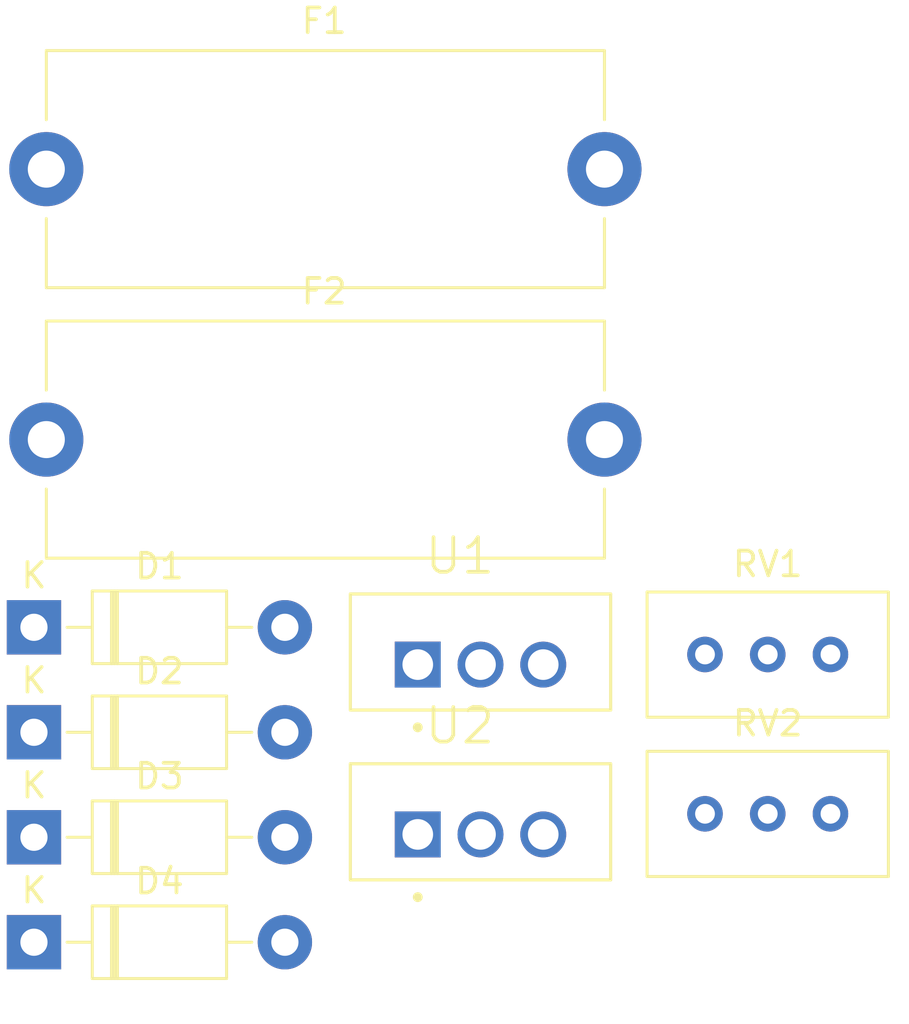
<source format=kicad_pcb>
(kicad_pcb (version 20240108) (generator "pcbnew") (generator_version "8.0")
  (layers (0 "F.Cu" signal) (31 "B.Cu" signal) (34 "B.Paste" user) (35 "F.Paste" user) (36 "B.SilkS" user "B.Silkscreen") (37 "F.SilkS" user "F.Silkscreen") (38 "B.Mask" user) (39 "F.Mask" user) (44 "Edge.Cuts" user))
  (net 0 "")
  (net 10 "Net-(U1-VIN)")
  (net 11 "Net-(U2-VIN)")
  (net 13 "GND")
  (net 14 "Net-(U1-ADJ)")
  (net 15 "Net-(U1-VOUT)")
  (net 16 "Net-(U2-VOUT)")
  (net 17 "Net-(U2-ADJ)")
  (footprint "Diode_THT:D_DO-41_SOD81_P10.16mm_Horizontal" (layer "F.Cu") (at 43.95 48.38)
    (property "Reference" "D4" (at 5.08 -2.47 0) (layer "F.SilkS"))
    (property "Value" "1N4007")
    (fp_line (start 1.34 0) (end 2.36 0) (stroke (width 0.12)) (layer "F.SilkS"))
    (fp_line (start 2.36 -1.47) (end 2.36 1.47) (stroke (width 0.12)) (layer "F.SilkS"))
    (fp_line (start 2.36 1.47) (end 7.8 1.47) (stroke (width 0.12)) (layer "F.SilkS"))
    (fp_line (start 3.14 -1.47) (end 3.14 1.47) (stroke (width 0.12)) (layer "F.SilkS"))
    (fp_line (start 3.26 -1.47) (end 3.26 1.47) (stroke (width 0.12)) (layer "F.SilkS"))
    (fp_line (start 3.38 -1.47) (end 3.38 1.47) (stroke (width 0.12)) (layer "F.SilkS"))
    (fp_line (start 7.8 -1.47) (end 2.36 -1.47) (stroke (width 0.12)) (layer "F.SilkS"))
    (fp_line (start 7.8 1.47) (end 7.8 -1.47) (stroke (width 0.12)) (layer "F.SilkS"))
    (fp_line (start 8.82 0) (end 7.8 0) (stroke (width 0.12)) (layer "F.SilkS"))
    (fp_text user "K" (at 0 -2.1 0) (layer "F.SilkS"))
    (pad "1" thru_hole rect (at 0 0) (size 2.2 2.2) (drill 1.1) (layers "*.Cu" "*.Mask"))
    (pad "2" thru_hole oval (at 10.16 0) (size 2.2 2.2) (drill 1.1) (layers "*.Cu" "*.Mask"))
  )
  (footprint "Potentiometer_THT:Potentiometer_Bourns_3296W_Vertical" (layer "F.Cu") (at 76.2 36.73)
    (property "Reference" "RV1" (at -2.54 -3.66 0) (layer "F.SilkS"))
    (property "Value" "800R")
    (fp_line (start -7.425 -2.53) (end -7.425 2.54) (stroke (width 0.12)) (layer "F.SilkS"))
    (fp_line (start -7.425 -2.53) (end 2.345 -2.53) (stroke (width 0.12)) (layer "F.SilkS"))
    (fp_line (start -7.425 2.54) (end 2.345 2.54) (stroke (width 0.12)) (layer "F.SilkS"))
    (fp_line (start 2.345 -2.53) (end 2.345 2.54) (stroke (width 0.12)) (layer "F.SilkS"))
    (pad "1" thru_hole circle (at 0 0) (size 1.44 1.44) (drill 0.8) (layers "*.Cu" "*.Mask") (net 15 "Net-(U1-VOUT)"))
    (pad "2" thru_hole circle (at -2.54 0) (size 1.44 1.44) (drill 0.8) (layers "*.Cu" "*.Mask") (net 14 "Net-(U1-ADJ)"))
    (pad "3" thru_hole circle (at -5.08 0) (size 1.44 1.44) (drill 0.8) (layers "*.Cu" "*.Mask") (net 13 "GND"))
  )
  (footprint "LM338T:TO254P1054X470X1955-3" (layer "F.Cu") (at 62.03 37.14)
    (property "Reference" "U1" (at -0.835 -4.399 0) (layer "F.SilkS") (effects (font (size 1.4 1.4))))
    (property "Value" "LM338T")
    (fp_line (start -5.27 -2.86) (end -5.27 1.84) (stroke (width 0.127)) (layer "F.SilkS"))
    (fp_line (start -5.27 1.84) (end 5.27 1.84) (stroke (width 0.127)) (layer "F.SilkS"))
    (fp_line (start 5.27 -2.86) (end -5.27 -2.86) (stroke (width 0.127)) (layer "F.SilkS"))
    (fp_line (start 5.27 1.84) (end 5.27 -2.86) (stroke (width 0.127)) (layer "F.SilkS"))
    (fp_circle (center -2.54 2.54) (end -2.44 2.54) (stroke (width 0.2)) (fill none) (layer "F.SilkS"))
    (pad "1" thru_hole rect (at -2.54 0) (size 1.86 1.86) (drill 1.24) (layers "*.Cu" "*.Mask") (net 14 "Net-(U1-ADJ)"))
    (pad "2" thru_hole circle (at 0 0) (size 1.86 1.86) (drill 1.24) (layers "*.Cu" "*.Mask") (net 15 "Net-(U1-VOUT)"))
    (pad "3" thru_hole circle (at 2.54 0) (size 1.86 1.86) (drill 1.24) (layers "*.Cu" "*.Mask") (net 10 "Net-(U1-VIN)"))
  )
  (footprint "Potentiometer_THT:Potentiometer_Bourns_3296W_Vertical" (layer "F.Cu") (at 76.2 43.18)
    (property "Reference" "RV2" (at -2.54 -3.66 0) (layer "F.SilkS"))
    (property "Value" "800R")
    (fp_line (start -7.425 -2.53) (end -7.425 2.54) (stroke (width 0.12)) (layer "F.SilkS"))
    (fp_line (start -7.425 -2.53) (end 2.345 -2.53) (stroke (width 0.12)) (layer "F.SilkS"))
    (fp_line (start -7.425 2.54) (end 2.345 2.54) (stroke (width 0.12)) (layer "F.SilkS"))
    (fp_line (start 2.345 -2.53) (end 2.345 2.54) (stroke (width 0.12)) (layer "F.SilkS"))
    (pad "1" thru_hole circle (at 0 0) (size 1.44 1.44) (drill 0.8) (layers "*.Cu" "*.Mask") (net 16 "Net-(U2-VOUT)"))
    (pad "2" thru_hole circle (at -2.54 0) (size 1.44 1.44) (drill 0.8) (layers "*.Cu" "*.Mask") (net 17 "Net-(U2-ADJ)"))
    (pad "3" thru_hole circle (at -5.08 0) (size 1.44 1.44) (drill 0.8) (layers "*.Cu" "*.Mask") (net 13 "GND"))
  )
  (footprint "Diode_THT:D_DO-41_SOD81_P10.16mm_Horizontal" (layer "F.Cu") (at 43.95 35.63)
    (property "Reference" "D1" (at 5.08 -2.47 0) (layer "F.SilkS"))
    (property "Value" "1N4007")
    (fp_line (start 1.34 0) (end 2.36 0) (stroke (width 0.12)) (layer "F.SilkS"))
    (fp_line (start 2.36 -1.47) (end 2.36 1.47) (stroke (width 0.12)) (layer "F.SilkS"))
    (fp_line (start 2.36 1.47) (end 7.8 1.47) (stroke (width 0.12)) (layer "F.SilkS"))
    (fp_line (start 3.14 -1.47) (end 3.14 1.47) (stroke (width 0.12)) (layer "F.SilkS"))
    (fp_line (start 3.26 -1.47) (end 3.26 1.47) (stroke (width 0.12)) (layer "F.SilkS"))
    (fp_line (start 3.38 -1.47) (end 3.38 1.47) (stroke (width 0.12)) (layer "F.SilkS"))
    (fp_line (start 7.8 -1.47) (end 2.36 -1.47) (stroke (width 0.12)) (layer "F.SilkS"))
    (fp_line (start 7.8 1.47) (end 7.8 -1.47) (stroke (width 0.12)) (layer "F.SilkS"))
    (fp_line (start 8.82 0) (end 7.8 0) (stroke (width 0.12)) (layer "F.SilkS"))
    (fp_text user "K" (at 0 -2.1 0) (layer "F.SilkS"))
    (pad "1" thru_hole rect (at 0 0) (size 2.2 2.2) (drill 1.1) (layers "*.Cu" "*.Mask"))
    (pad "2" thru_hole oval (at 10.16 0) (size 2.2 2.2) (drill 1.1) (layers "*.Cu" "*.Mask"))
  )
  (footprint "Fuse:Fuseholder_Cylinder-5x20mm_Stelvio-Kontek_PTF78_Horizontal_Open" (layer "F.Cu") (at 44.45 17.08)
    (property "Reference" "F1" (at 11.25 -6 0) (layer "F.SilkS"))
    (property "Value" "Fuse")
    (fp_line (start 0 -4.8) (end 22.6 -4.8) (stroke (width 0.12)) (layer "F.SilkS"))
    (fp_line (start 0 -2) (end 0 -4.8) (stroke (width 0.12)) (layer "F.SilkS"))
    (fp_line (start 0 4.8) (end 0 2) (stroke (width 0.12)) (layer "F.SilkS"))
    (fp_line (start 0 4.8) (end 22.6 4.8) (stroke (width 0.12)) (layer "F.SilkS"))
    (fp_line (start 22.6 -2) (end 22.6 -4.8) (stroke (width 0.12)) (layer "F.SilkS"))
    (fp_line (start 22.6 4.8) (end 22.6 2) (stroke (width 0.12)) (layer "F.SilkS"))
    (pad "1" thru_hole circle (at 0 0) (size 3 3) (drill 1.5) (layers "*.Cu" "*.Mask"))
    (pad "2" thru_hole circle (at 22.6 0) (size 3 3) (drill 1.5) (layers "*.Cu" "*.Mask") (net 10 "Net-(U1-VIN)"))
  )
  (footprint "LM338T:TO254P1054X470X1955-3" (layer "F.Cu") (at 62.03 44.015)
    (property "Reference" "U2" (at -0.835 -4.399 0) (layer "F.SilkS") (effects (font (size 1.4 1.4))))
    (property "Value" "LM338T")
    (fp_line (start -5.27 -2.86) (end -5.27 1.84) (stroke (width 0.127)) (layer "F.SilkS"))
    (fp_line (start -5.27 1.84) (end 5.27 1.84) (stroke (width 0.127)) (layer "F.SilkS"))
    (fp_line (start 5.27 -2.86) (end -5.27 -2.86) (stroke (width 0.127)) (layer "F.SilkS"))
    (fp_line (start 5.27 1.84) (end 5.27 -2.86) (stroke (width 0.127)) (layer "F.SilkS"))
    (fp_circle (center -2.54 2.54) (end -2.44 2.54) (stroke (width 0.2)) (fill none) (layer "F.SilkS"))
    (pad "1" thru_hole rect (at -2.54 0) (size 1.86 1.86) (drill 1.24) (layers "*.Cu" "*.Mask") (net 17 "Net-(U2-ADJ)"))
    (pad "2" thru_hole circle (at 0 0) (size 1.86 1.86) (drill 1.24) (layers "*.Cu" "*.Mask") (net 16 "Net-(U2-VOUT)"))
    (pad "3" thru_hole circle (at 2.54 0) (size 1.86 1.86) (drill 1.24) (layers "*.Cu" "*.Mask") (net 11 "Net-(U2-VIN)"))
  )
  (footprint "Diode_THT:D_DO-41_SOD81_P10.16mm_Horizontal" (layer "F.Cu") (at 43.95 39.88)
    (property "Reference" "D2" (at 5.08 -2.47 0) (layer "F.SilkS"))
    (property "Value" "1N4007")
    (fp_line (start 1.34 0) (end 2.36 0) (stroke (width 0.12)) (layer "F.SilkS"))
    (fp_line (start 2.36 -1.47) (end 2.36 1.47) (stroke (width 0.12)) (layer "F.SilkS"))
    (fp_line (start 2.36 1.47) (end 7.8 1.47) (stroke (width 0.12)) (layer "F.SilkS"))
    (fp_line (start 3.14 -1.47) (end 3.14 1.47) (stroke (width 0.12)) (layer "F.SilkS"))
    (fp_line (start 3.26 -1.47) (end 3.26 1.47) (stroke (width 0.12)) (layer "F.SilkS"))
    (fp_line (start 3.38 -1.47) (end 3.38 1.47) (stroke (width 0.12)) (layer "F.SilkS"))
    (fp_line (start 7.8 -1.47) (end 2.36 -1.47) (stroke (width 0.12)) (layer "F.SilkS"))
    (fp_line (start 7.8 1.47) (end 7.8 -1.47) (stroke (width 0.12)) (layer "F.SilkS"))
    (fp_line (start 8.82 0) (end 7.8 0) (stroke (width 0.12)) (layer "F.SilkS"))
    (fp_text user "K" (at 0 -2.1 0) (layer "F.SilkS"))
    (pad "1" thru_hole rect (at 0 0) (size 2.2 2.2) (drill 1.1) (layers "*.Cu" "*.Mask"))
    (pad "2" thru_hole oval (at 10.16 0) (size 2.2 2.2) (drill 1.1) (layers "*.Cu" "*.Mask"))
  )
  (footprint "Fuse:Fuseholder_Cylinder-5x20mm_Stelvio-Kontek_PTF78_Horizontal_Open" (layer "F.Cu") (at 44.45 28.03)
    (property "Reference" "F2" (at 11.25 -6 0) (layer "F.SilkS"))
    (property "Value" "Fuse")
    (fp_line (start 0 -4.8) (end 22.6 -4.8) (stroke (width 0.12)) (layer "F.SilkS"))
    (fp_line (start 0 -2) (end 0 -4.8) (stroke (width 0.12)) (layer "F.SilkS"))
    (fp_line (start 0 4.8) (end 0 2) (stroke (width 0.12)) (layer "F.SilkS"))
    (fp_line (start 0 4.8) (end 22.6 4.8) (stroke (width 0.12)) (layer "F.SilkS"))
    (fp_line (start 22.6 -2) (end 22.6 -4.8) (stroke (width 0.12)) (layer "F.SilkS"))
    (fp_line (start 22.6 4.8) (end 22.6 2) (stroke (width 0.12)) (layer "F.SilkS"))
    (pad "1" thru_hole circle (at 0 0) (size 3 3) (drill 1.5) (layers "*.Cu" "*.Mask"))
    (pad "2" thru_hole circle (at 22.6 0) (size 3 3) (drill 1.5) (layers "*.Cu" "*.Mask") (net 11 "Net-(U2-VIN)"))
  )
  (footprint "Diode_THT:D_DO-41_SOD81_P10.16mm_Horizontal" (layer "F.Cu") (at 43.95 44.13)
    (property "Reference" "D3" (at 5.08 -2.47 0) (layer "F.SilkS"))
    (property "Value" "1N4007")
    (fp_line (start 1.34 0) (end 2.36 0) (stroke (width 0.12)) (layer "F.SilkS"))
    (fp_line (start 2.36 -1.47) (end 2.36 1.47) (stroke (width 0.12)) (layer "F.SilkS"))
    (fp_line (start 2.36 1.47) (end 7.8 1.47) (stroke (width 0.12)) (layer "F.SilkS"))
    (fp_line (start 3.14 -1.47) (end 3.14 1.47) (stroke (width 0.12)) (layer "F.SilkS"))
    (fp_line (start 3.26 -1.47) (end 3.26 1.47) (stroke (width 0.12)) (layer "F.SilkS"))
    (fp_line (start 3.38 -1.47) (end 3.38 1.47) (stroke (width 0.12)) (layer "F.SilkS"))
    (fp_line (start 7.8 -1.47) (end 2.36 -1.47) (stroke (width 0.12)) (layer "F.SilkS"))
    (fp_line (start 7.8 1.47) (end 7.8 -1.47) (stroke (width 0.12)) (layer "F.SilkS"))
    (fp_line (start 8.82 0) (end 7.8 0) (stroke (width 0.12)) (layer "F.SilkS"))
    (fp_text user "K" (at 0 -2.1 0) (layer "F.SilkS"))
    (pad "1" thru_hole rect (at 0 0) (size 2.2 2.2) (drill 1.1) (layers "*.Cu" "*.Mask"))
    (pad "2" thru_hole oval (at 10.16 0) (size 2.2 2.2) (drill 1.1) (layers "*.Cu" "*.Mask"))
  )
)
</source>
